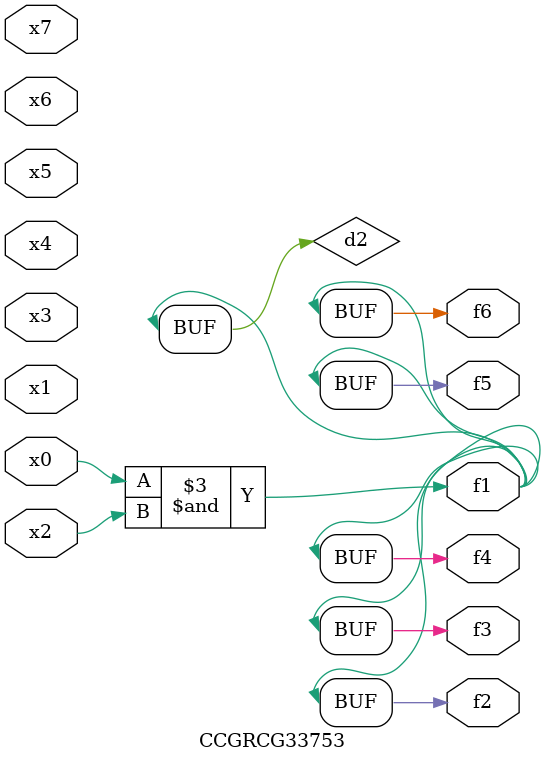
<source format=v>
module CCGRCG33753(
	input x0, x1, x2, x3, x4, x5, x6, x7,
	output f1, f2, f3, f4, f5, f6
);

	wire d1, d2;

	nor (d1, x3, x6);
	and (d2, x0, x2);
	assign f1 = d2;
	assign f2 = d2;
	assign f3 = d2;
	assign f4 = d2;
	assign f5 = d2;
	assign f6 = d2;
endmodule

</source>
